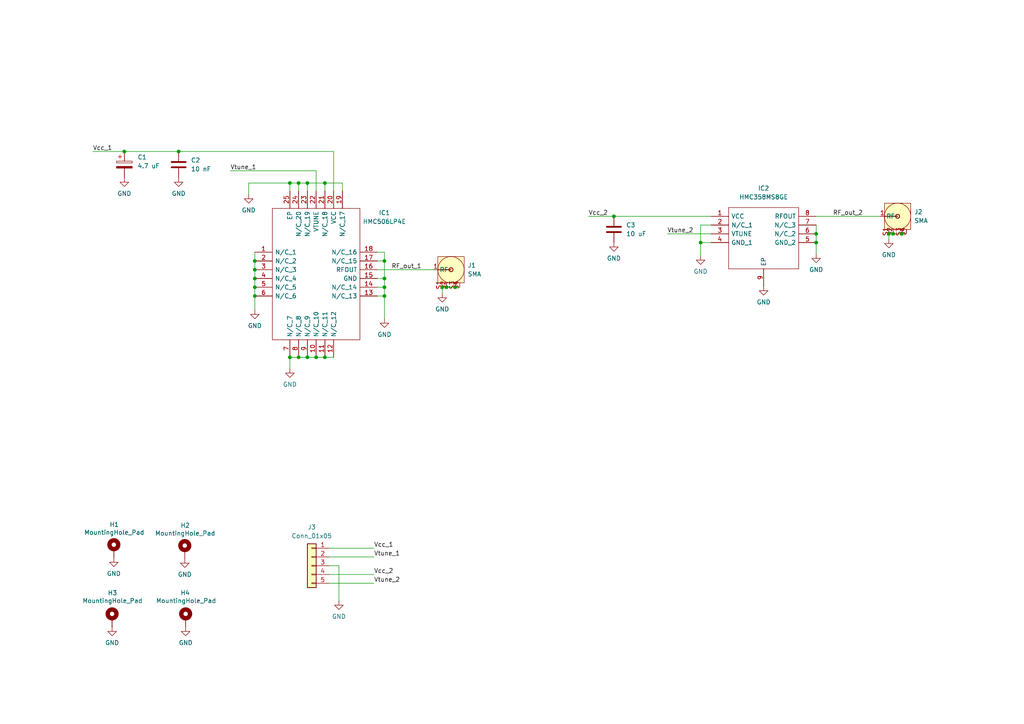
<source format=kicad_sch>
(kicad_sch (version 20211123) (generator eeschema)
  (paper "A4")
  (lib_symbols
    (symbol "Connector_Generic:Conn_01x05" (pin_names (offset 1.016) hide)
      (property "Reference" "J3" (at 0 11.176 0))
      (property "Value" "Conn_01x05" (at 0 8.636 0))
      (symbol "Conn_01x05_1_1"
        (rectangle (start -1.27 -4.953) (end 0 -5.207) (stroke (width 0.1524)))
        (rectangle (start -1.27 -2.413) (end 0 -2.667) (stroke (width 0.1524)))
        (rectangle (start -1.27 0.127) (end 0 -0.127) (stroke (width 0.1524)))
        (rectangle (start -1.27 2.667) (end 0 2.413) (stroke (width 0.1524)))
        (rectangle (start -1.27 5.207) (end 0 4.953) (stroke (width 0.1524)))
        (rectangle (start -1.27 6.35) (end 1.27 -6.35) (stroke (width 0.254)) (fill (type background)))
        (pin passive line (at -5.08 5.08 0) (length 3.81) (name "Pin_1") (number "1"))
        (pin passive line (at -5.08 2.54 0) (length 3.81) (name "Pin_2") (number "2"))
        (pin power_out line (at -5.08 0 0) (length 3.81) (name "Pin_3") (number "3"))
        (pin passive line (at -5.08 -2.54 0) (length 3.81) (name "Pin_4") (number "4"))
        (pin passive line (at -5.08 -5.08 0) (length 3.81) (name "Pin_5") (number "5"))
      )
    )
    (symbol "Device:C" (pin_numbers hide) (pin_names (offset 0.254))
      (property "Reference" "C" (at 0.635 2.54 0))
      (property "Value" "C" (at 0.635 -2.54 0))
      (symbol "C_0_1"
        (polyline (pts (xy -2.032 -0.762) (xy 2.032 -0.762)) (stroke (width 0.508)))
        (polyline (pts (xy -2.032 0.762) (xy 2.032 0.762)) (stroke (width 0.508)))
      )
      (symbol "C_1_1"
        (pin passive line (at 0 3.81 270) (length 2.794) (name "~") (number "1"))
        (pin passive line (at 0 -3.81 90) (length 2.794) (name "~") (number "2"))
      )
    )
    (symbol "Device:C_Polarized" (pin_numbers hide) (pin_names (offset 0.254))
      (property "Reference" "C" (at 0.635 2.54 0))
      (property "Value" "C_Polarized" (at 0.635 -2.54 0))
      (symbol "C_Polarized_0_1"
        (rectangle (start -2.286 0.508) (end 2.286 1.016))
        (polyline (pts (xy -1.778 2.286) (xy -0.762 2.286)))
        (polyline (pts (xy -1.27 2.794) (xy -1.27 1.778)))
        (rectangle (start 2.286 -0.508) (end -2.286 -1.016) (fill (type outline)))
      )
      (symbol "C_Polarized_1_1"
        (pin passive line (at 0 3.81 270) (length 2.794) (name "~") (number "1"))
        (pin passive line (at 0 -3.81 90) (length 2.794) (name "~") (number "2"))
      )
    )
    (symbol "GGS_Connectors:SMA"
      (property "Reference" "J" (at 2.54 15.24 0))
      (property "Value" "SMA" (at 3.81 12.7 0))
      (symbol "SMA_0_1"
        (polyline (pts (xy 6.35 6.35) (xy 2.54 6.35)) (stroke (width 0.254)))
        (rectangle (start 2.54 10.16) (end 10.16 2.54) (fill (type background)))
        (circle (center 6.35 6.35) (radius 0.568) (stroke (width 0.254)))
        (circle (center 6.35 6.35) (radius 3.81))
      )
      (symbol "SMA_1_1"
        (pin bidirectional line (at 1.27 6.35 0) (length 1.27) (name "RF") (number "1"))
        (pin power_in line (at 3.81 1.27 90) (length 1.27) (name "") (number "S1"))
        (pin power_in line (at 5.08 1.27 90) (length 1.27) (name "") (number "S2"))
        (pin power_in line (at 7.62 1.27 90) (length 1.27) (name "") (number "S3"))
        (pin power_in line (at 8.89 1.27 90) (length 1.27) (name "") (number "S4"))
      )
    )
    (symbol "Mechanical:MountingHole_Pad" (pin_numbers hide) (pin_names (offset 1.016) hide)
      (property "Reference" "H" (at 0 6.35 0))
      (property "Value" "MountingHole_Pad" (at 0 4.445 0))
      (symbol "MountingHole_Pad_0_1"
        (circle (center 0 1.27) (radius 1.27) (stroke (width 1.27)))
      )
      (symbol "MountingHole_Pad_1_1"
        (pin input line (at 0 -2.54 90) (length 2.54) (name "1") (number "1"))
      )
    )
    (symbol "SamacSys_Parts:HMC358MS8GE" (pin_names (offset 0.762))
      (property "Reference" "IC" (at 26.67 7.62 0))
      (property "Value" "HMC358MS8GE" (at 26.67 5.08 0))
      (symbol "HMC358MS8GE_0_0"
        (pin passive line (at 0 0 0) (length 5.08) (name "VCC") (number "1"))
        (pin passive line (at 0 -2.54 0) (length 5.08) (name "N/C_1") (number "2"))
        (pin passive line (at 0 -5.08 0) (length 5.08) (name "VTUNE") (number "3"))
        (pin passive line (at 0 -7.62 0) (length 5.08) (name "GND_1") (number "4"))
        (pin passive line (at 30.48 -7.62 180) (length 5.08) (name "GND_2") (number "5"))
        (pin passive line (at 30.48 -5.08 180) (length 5.08) (name "N/C_2") (number "6"))
        (pin passive line (at 30.48 -2.54 180) (length 5.08) (name "N/C_3") (number "7"))
        (pin passive line (at 30.48 0 180) (length 5.08) (name "RFOUT") (number "8"))
        (pin passive line (at 15.24 -20.32 90) (length 5.08) (name "EP") (number "9"))
      )
      (symbol "HMC358MS8GE_0_1"
        (polyline (pts (xy 5.08 2.54) (xy 25.4 2.54) (xy 25.4 -15.24) (xy 5.08 -15.24) (xy 5.08 2.54)) (stroke (width 0.1524)))
      )
    )
    (symbol "SamacSys_Parts:HMC506LP4E" (pin_names (offset 0.762))
      (property "Reference" "IC" (at 31.75 17.78 0))
      (property "Value" "HMC506LP4E" (at 31.75 15.24 0))
      (symbol "HMC506LP4E_0_0"
        (pin passive line (at 0 0 0) (length 5.08) (name "N/C_1") (number "1"))
        (pin passive line (at 17.78 -30.48 90) (length 5.08) (name "N/C_10") (number "10"))
        (pin passive line (at 20.32 -30.48 90) (length 5.08) (name "N/C_11") (number "11"))
        (pin passive line (at 22.86 -30.48 90) (length 5.08) (name "N/C_12") (number "12"))
        (pin passive line (at 35.56 -12.7 180) (length 5.08) (name "N/C_13") (number "13"))
        (pin passive line (at 35.56 -10.16 180) (length 5.08) (name "N/C_14") (number "14"))
        (pin passive line (at 35.56 -7.62 180) (length 5.08) (name "GND") (number "15"))
        (pin passive line (at 35.56 -5.08 180) (length 5.08) (name "RFOUT") (number "16"))
        (pin passive line (at 35.56 -2.54 180) (length 5.08) (name "N/C_15") (number "17"))
        (pin passive line (at 35.56 0 180) (length 5.08) (name "N/C_16") (number "18"))
        (pin passive line (at 25.4 17.78 270) (length 5.08) (name "N/C_17") (number "19"))
        (pin passive line (at 0 -2.54 0) (length 5.08) (name "N/C_2") (number "2"))
        (pin passive line (at 22.86 17.78 270) (length 5.08) (name "VCC") (number "20"))
        (pin passive line (at 20.32 17.78 270) (length 5.08) (name "N/C_18") (number "21"))
        (pin passive line (at 17.78 17.78 270) (length 5.08) (name "VTUNE") (number "22"))
        (pin passive line (at 15.24 17.78 270) (length 5.08) (name "N/C_19") (number "23"))
        (pin passive line (at 12.7 17.78 270) (length 5.08) (name "N/C_20") (number "24"))
        (pin passive line (at 10.16 17.78 270) (length 5.08) (name "EP") (number "25"))
        (pin passive line (at 0 -5.08 0) (length 5.08) (name "N/C_3") (number "3"))
        (pin passive line (at 0 -7.62 0) (length 5.08) (name "N/C_4") (number "4"))
        (pin passive line (at 0 -10.16 0) (length 5.08) (name "N/C_5") (number "5"))
        (pin passive line (at 0 -12.7 0) (length 5.08) (name "N/C_6") (number "6"))
        (pin passive line (at 10.16 -30.48 90) (length 5.08) (name "N/C_7") (number "7"))
        (pin passive line (at 12.7 -30.48 90) (length 5.08) (name "N/C_8") (number "8"))
        (pin passive line (at 15.24 -30.48 90) (length 5.08) (name "N/C_9") (number "9"))
      )
      (symbol "HMC506LP4E_0_1"
        (polyline (pts (xy 5.08 12.7) (xy 30.48 12.7) (xy 30.48 -25.4) (xy 5.08 -25.4) (xy 5.08 12.7)) (stroke (width 0.1524)))
      )
    )
    (symbol "power:GND" (power) (pin_names (offset 0))
      (property "Value" "GND" (at 0 -3.81 0))
      (symbol "GND_0_1"
        (polyline (pts (xy 0 0) (xy 0 -1.27) (xy 1.27 -1.27) (xy 0 -2.54) (xy -1.27 -1.27) (xy 0 -1.27)))
      )
      (symbol "GND_1_1"
        (pin power_in line (at 0 0 270) (length 0) hide (name "GND") (number "1"))
      )
    )
  )
  (junction (at 86.614 103.632))
  (junction (at 203.2 70.358))
  (junction (at 257.81 67.818))
  (junction (at 73.914 78.232))
  (junction (at 261.62 67.818))
  (junction (at 86.614 53.086))
  (junction (at 73.914 75.692))
  (junction (at 111.506 75.692))
  (junction (at 129.54 83.312))
  (junction (at 178.054 62.738))
  (junction (at 128.27 83.312))
  (junction (at 73.914 80.772))
  (junction (at 111.506 80.772))
  (junction (at 111.506 85.852))
  (junction (at 259.08 67.818))
  (junction (at 89.154 103.632))
  (junction (at 132.08 83.312))
  (junction (at 236.728 70.358))
  (junction (at 51.816 43.942))
  (junction (at 73.914 85.852))
  (junction (at 84.074 103.632))
  (junction (at 236.728 67.818))
  (junction (at 111.506 83.312))
  (junction (at 89.154 53.086))
  (junction (at 94.234 103.632))
  (junction (at 36.068 43.942))
  (junction (at 91.694 103.632))
  (junction (at 94.234 53.086))
  (junction (at 73.914 83.312))
  (junction (at 84.074 53.086))
  (wire (pts (xy 193.548 67.818) (xy 206.248 67.818)))
  (wire (pts (xy 206.248 65.278) (xy 203.2 65.278)))
  (wire (pts (xy 95.504 169.164) (xy 108.458 169.164)))
  (wire (pts (xy 236.728 70.358) (xy 236.728 73.66)))
  (wire (pts (xy 95.504 166.624) (xy 108.458 166.624)))
  (wire (pts (xy 109.474 83.312) (xy 111.506 83.312)))
  (wire (pts (xy 84.074 53.086) (xy 84.074 55.372)))
  (wire (pts (xy 111.506 73.152) (xy 111.506 75.692)))
  (wire (pts (xy 262.89 67.818) (xy 261.62 67.818)))
  (wire (pts (xy 203.2 70.358) (xy 203.2 74.168)))
  (wire (pts (xy 203.2 70.358) (xy 206.248 70.358)))
  (wire (pts (xy 259.08 67.818) (xy 257.81 67.818)))
  (wire (pts (xy 72.136 53.086) (xy 72.136 56.388)))
  (wire (pts (xy 111.506 75.692) (xy 111.506 80.772)))
  (wire (pts (xy 128.27 83.312) (xy 128.27 85.09)))
  (wire (pts (xy 73.914 73.152) (xy 73.914 75.692)))
  (wire (pts (xy 84.074 53.086) (xy 72.136 53.086)))
  (wire (pts (xy 96.774 55.372) (xy 96.774 43.942)))
  (wire (pts (xy 86.614 53.086) (xy 86.614 55.372)))
  (wire (pts (xy 73.914 83.312) (xy 73.914 85.852)))
  (wire (pts (xy 73.914 75.692) (xy 73.914 78.232)))
  (wire (pts (xy 111.506 83.312) (xy 111.506 85.852)))
  (wire (pts (xy 109.474 75.692) (xy 111.506 75.692)))
  (wire (pts (xy 94.234 103.632) (xy 91.694 103.632)))
  (wire (pts (xy 99.314 53.086) (xy 94.234 53.086)))
  (wire (pts (xy 129.54 83.312) (xy 128.27 83.312)))
  (wire (pts (xy 86.614 103.632) (xy 84.074 103.632)))
  (wire (pts (xy 178.054 62.738) (xy 206.248 62.738)))
  (wire (pts (xy 51.816 43.942) (xy 96.774 43.942)))
  (wire (pts (xy 203.2 65.278) (xy 203.2 70.358)))
  (wire (pts (xy 98.298 164.084) (xy 98.298 174.244)))
  (wire (pts (xy 111.506 85.852) (xy 111.506 92.456)))
  (wire (pts (xy 109.474 80.772) (xy 111.506 80.772)))
  (wire (pts (xy 84.074 103.632) (xy 84.074 106.934)))
  (wire (pts (xy 89.154 53.086) (xy 89.154 55.372)))
  (wire (pts (xy 73.914 78.232) (xy 73.914 80.772)))
  (wire (pts (xy 94.234 53.086) (xy 89.154 53.086)))
  (wire (pts (xy 95.504 161.544) (xy 108.458 161.544)))
  (wire (pts (xy 91.694 49.53) (xy 91.694 55.372)))
  (wire (pts (xy 95.504 164.084) (xy 98.298 164.084)))
  (wire (pts (xy 261.62 67.818) (xy 259.08 67.818)))
  (wire (pts (xy 132.08 83.312) (xy 129.54 83.312)))
  (wire (pts (xy 95.504 159.004) (xy 108.458 159.004)))
  (wire (pts (xy 236.728 62.738) (xy 255.27 62.738)))
  (wire (pts (xy 99.314 55.372) (xy 99.314 53.086)))
  (wire (pts (xy 109.474 73.152) (xy 111.506 73.152)))
  (wire (pts (xy 66.802 49.53) (xy 91.694 49.53)))
  (wire (pts (xy 86.614 53.086) (xy 84.074 53.086)))
  (wire (pts (xy 26.924 43.942) (xy 36.068 43.942)))
  (wire (pts (xy 236.728 65.278) (xy 236.728 67.818)))
  (wire (pts (xy 133.35 83.312) (xy 132.08 83.312)))
  (wire (pts (xy 170.688 62.738) (xy 178.054 62.738)))
  (wire (pts (xy 111.506 80.772) (xy 111.506 83.312)))
  (wire (pts (xy 36.068 43.942) (xy 51.816 43.942)))
  (wire (pts (xy 89.154 53.086) (xy 86.614 53.086)))
  (wire (pts (xy 257.81 67.818) (xy 257.81 69.342)))
  (wire (pts (xy 109.474 85.852) (xy 111.506 85.852)))
  (wire (pts (xy 96.774 103.632) (xy 94.234 103.632)))
  (wire (pts (xy 73.914 85.852) (xy 73.914 89.916)))
  (wire (pts (xy 73.914 80.772) (xy 73.914 83.312)))
  (wire (pts (xy 94.234 53.086) (xy 94.234 55.372)))
  (wire (pts (xy 236.728 67.818) (xy 236.728 70.358)))
  (wire (pts (xy 89.154 103.632) (xy 86.614 103.632)))
  (wire (pts (xy 109.474 78.232) (xy 125.73 78.232)))
  (wire (pts (xy 91.694 103.632) (xy 89.154 103.632)))
  (label "Vcc_2" (at 170.688 62.738 0))
  (label "Vcc_1" (at 108.458 159.004 0))
  (label "RF_out_2" (at 241.554 62.738 0))
  (label "Vcc_2" (at 108.458 166.624 0))
  (label "RF_out_1" (at 113.538 78.232 0))
  (label "Vtune_1" (at 66.802 49.53 0))
  (label "Vcc_1" (at 26.924 43.942 0))
  (label "Vtune_2" (at 108.458 169.164 0))
  (label "Vtune_1" (at 108.458 161.544 0))
  (label "Vtune_2" (at 193.548 67.818 0))
  (symbol (lib_id "power:GND") (at 98.298 174.244 0) (unit 1)
    (property "Reference" "#PWR0113" (effects hide))
    (property "Value" "GND" (at 98.298 178.816 0))
  )
  (symbol (lib_id "power:GND") (at 236.728 73.66 0) (unit 1)
    (property "Reference" "#PWR0104" (effects hide))
    (property "Value" "GND" (at 236.728 78.232 0))
  )
  (symbol (lib_id "power:GND") (at 53.848 181.864 0) (unit 1)
    (property "Reference" "#PWR0109" (effects hide))
    (property "Value" "GND" (at 53.848 186.436 0))
  )
  (symbol (lib_id "Mechanical:MountingHole_Pad") (at 32.512 179.324 0) (unit 1)
    (property "Reference" "H3" (at 31.242 171.958 0) (effects (justify left)))
    (property "Value" "MountingHole_Pad" (at 23.876 174.244 0) (effects (justify left)))
    (property "Footprint" "MountingHole:MountingHole_2.5mm_Pad" (effects hide))
  )
  (symbol (lib_id "power:GND") (at 84.074 106.934 0) (unit 1)
    (property "Reference" "#PWR0108" (effects hide))
    (property "Value" "GND" (at 84.074 111.506 0))
  )
  (symbol (lib_id "Connector_Generic:Conn_01x05") (at 90.424 164.084 0) (mirror y) (unit 1)
    (property "Reference" "J3" (at 90.424 152.908 0))
    (property "Value" "Conn_01x05" (at 90.424 155.448 0))
    (property "Footprint" "Connector_PinHeader_2.00mm:PinHeader_1x05_P2.00mm_Vertical" (effects hide))
  )
  (symbol (lib_id "Mechanical:MountingHole_Pad") (at 33.02 159.258 0) (unit 1)
    (property "Reference" "H1" (at 31.75 152.146 0) (effects (justify left)))
    (property "Value" "MountingHole_Pad" (at 24.384 154.432 0) (effects (justify left)))
    (property "Footprint" "MountingHole:MountingHole_2.5mm_Pad" (effects hide))
  )
  (symbol (lib_id "power:GND") (at 32.512 181.864 0) (unit 1)
    (property "Reference" "#PWR0110" (effects hide))
    (property "Value" "GND" (at 32.512 186.436 0))
  )
  (symbol (lib_id "power:GND") (at 111.506 92.456 0) (unit 1)
    (property "Reference" "#PWR0116" (effects hide))
    (property "Value" "GND" (at 111.506 97.028 0))
  )
  (symbol (lib_id "Mechanical:MountingHole_Pad") (at 53.594 159.512 0) (unit 1)
    (property "Reference" "H2" (at 52.324 152.4 0) (effects (justify left)))
    (property "Value" "MountingHole_Pad" (at 44.958 154.686 0) (effects (justify left)))
    (property "Footprint" "MountingHole:MountingHole_2.5mm_Pad" (effects hide))
  )
  (symbol (lib_id "SamacSys_Parts:HMC358MS8GE") (at 206.248 62.738 0) (unit 1)
    (property "Reference" "IC2" (at 221.488 54.61 0))
    (property "Value" "HMC358MS8GE" (at 221.488 57.15 0))
    (property "Footprint" "SamacSys_Parts:SOP65P488X110-9N" (effects hide))
    (property "Datasheet" "https://componentsearchengine.com/Datasheets/1/HMC358MS8GE.pdf" (effects hide))
    (property "Description" "ANALOG DEVICES - HMC358MS8GE - VCO W/BUFFER AMP, 5.6-6.8GHZ, MSOP-8" (effects hide))
    (property "Height" "1.1" (effects hide))
    (property "Mouser Part Number" "584-HMC358MS8GE" (effects hide))
    (property "Mouser Price/Stock" "https://www.mouser.co.uk/ProductDetail/Analog-Devices/HMC358MS8GE?qs=pceeu5JH%2FH%252BbuSY74oYPWw%3D%3D" (effects hide))
    (property "Manufacturer_Name" "Analog Devices" (effects hide))
    (property "Manufacturer_Part_Number" "HMC358MS8GE" (effects hide))
  )
  (symbol (lib_id "GGS_Connectors:SMA") (at 254 69.088 0) (unit 1)
    (property "Reference" "J2" (at 265.176 61.4679 0) (effects (justify left)))
    (property "Value" "SMA" (at 265.176 64.0079 0) (effects (justify left)))
    (property "Footprint" "GGS_Connectors:LINX_CONSMA020.062-G" (effects hide))
  )
  (symbol (lib_id "GGS_Connectors:SMA") (at 124.46 84.582 0) (unit 1)
    (property "Reference" "J1" (at 135.636 76.9619 0) (effects (justify left)))
    (property "Value" "SMA" (at 135.636 79.5019 0) (effects (justify left)))
    (property "Footprint" "GGS_Connectors:LINX_CONSMA020.062-G" (effects hide))
  )
  (symbol (lib_id "Device:C_Polarized") (at 36.068 47.752 0) (unit 1)
    (property "Reference" "C1" (at 39.878 45.5929 0) (effects (justify left)))
    (property "Value" "4.7 uF" (at 39.878 48.1329 0) (effects (justify left)))
    (property "Footprint" "Capacitor_SMD:C_0603_1608Metric_Pad1.08x0.95mm_HandSolder" (effects hide))
    (property "Component" "298D475X9010M2T" (effects hide))
  )
  (symbol (lib_id "power:GND") (at 257.81 69.342 0) (unit 1)
    (property "Reference" "#PWR0103" (effects hide))
    (property "Value" "GND" (at 257.81 73.914 0))
  )
  (symbol (lib_id "power:GND") (at 73.914 89.916 0) (unit 1)
    (property "Reference" "#PWR0114" (effects hide))
    (property "Value" "GND" (at 73.914 94.488 0))
  )
  (symbol (lib_id "power:GND") (at 128.27 85.09 0) (unit 1)
    (property "Reference" "#PWR0117" (effects hide))
    (property "Value" "GND" (at 128.27 89.662 0))
  )
  (symbol (lib_id "power:GND") (at 33.02 161.798 0) (unit 1)
    (property "Reference" "#PWR0112" (effects hide))
    (property "Value" "GND" (at 33.02 166.37 0))
  )
  (symbol (lib_id "power:GND") (at 72.136 56.388 0) (unit 1)
    (property "Reference" "#PWR0115" (effects hide))
    (property "Value" "GND" (at 72.136 60.96 0))
  )
  (symbol (lib_id "power:GND") (at 51.816 51.562 0) (unit 1)
    (property "Reference" "#PWR0107" (effects hide))
    (property "Value" "GND" (at 51.816 56.134 0))
  )
  (symbol (lib_id "power:GND") (at 221.488 83.058 0) (unit 1)
    (property "Reference" "#PWR0101" (effects hide))
    (property "Value" "GND" (at 221.488 87.63 0))
  )
  (symbol (lib_id "SamacSys_Parts:HMC506LP4E") (at 73.914 73.152 0) (unit 1)
    (property "Reference" "IC1" (at 111.506 61.722 0))
    (property "Value" "HMC506LP4E" (at 111.506 64.262 0))
    (property "Footprint" "SamacSys_Parts:QFN50P400X400X100-25N" (effects hide))
    (property "Datasheet" "https://componentsearchengine.com/Datasheets/1/HMC506LP4E.pdf" (effects hide))
    (property "Description" "VCO Oscillators 7.8 - 8.8 GHz VCO" (effects hide))
    (property "Height" "1" (effects hide))
    (property "Mouser Part Number" "584-HMC506LP4E" (effects hide))
    (property "Mouser Price/Stock" "https://www.mouser.com/Search/Refine.aspx?Keyword=584-HMC506LP4E" (effects hide))
    (property "Manufacturer_Name" "Analog Devices" (effects hide))
    (property "Manufacturer_Part_Number" "HMC506LP4E" (effects hide))
  )
  (symbol (lib_id "power:GND") (at 36.068 51.562 0) (unit 1)
    (property "Reference" "#PWR0106" (effects hide))
    (property "Value" "GND" (at 36.068 56.134 0))
  )
  (symbol (lib_id "power:GND") (at 203.2 74.168 0) (unit 1)
    (property "Reference" "#PWR0102" (effects hide))
    (property "Value" "GND" (at 203.2 78.74 0))
  )
  (symbol (lib_id "Device:C") (at 178.054 66.548 0) (unit 1)
    (property "Reference" "C3" (at 181.61 65.2779 0) (effects (justify left)))
    (property "Value" "10 uF" (at 181.61 67.8179 0) (effects (justify left)))
    (property "Footprint" "Capacitor_SMD:C_0603_1608Metric_Pad1.08x0.95mm_HandSolder" (effects hide))
    (property "Component" "F380J106MMAAH2" (effects hide))
  )
  (symbol (lib_id "power:GND") (at 178.054 70.358 0) (unit 1)
    (property "Reference" "#PWR0105" (effects hide))
    (property "Value" "GND" (at 178.054 74.93 0))
  )
  (symbol (lib_id "Device:C") (at 51.816 47.752 0) (unit 1)
    (property "Reference" "C2" (at 55.372 46.4819 0) (effects (justify left)))
    (property "Value" "10 nF" (at 55.372 49.0219 0) (effects (justify left)))
    (property "Footprint" "Capacitor_SMD:C_0603_1608Metric_Pad1.08x0.95mm_HandSolder" (effects hide))
    (property "Component" "C0603C103F3GECAUTO" (effects hide))
  )
  (symbol (lib_id "Mechanical:MountingHole_Pad") (at 53.848 179.324 0) (unit 1)
    (property "Reference" "H4" (at 52.324 171.958 0) (effects (justify left)))
    (property "Value" "MountingHole_Pad" (at 45.212 174.244 0) (effects (justify left)))
    (property "Footprint" "MountingHole:MountingHole_2.5mm_Pad" (effects hide))
  )
  (symbol (lib_id "power:GND") (at 53.594 162.052 0) (unit 1)
    (property "Reference" "#PWR0111" (effects hide))
    (property "Value" "GND" (at 53.594 166.624 0))
  )
)
</source>
